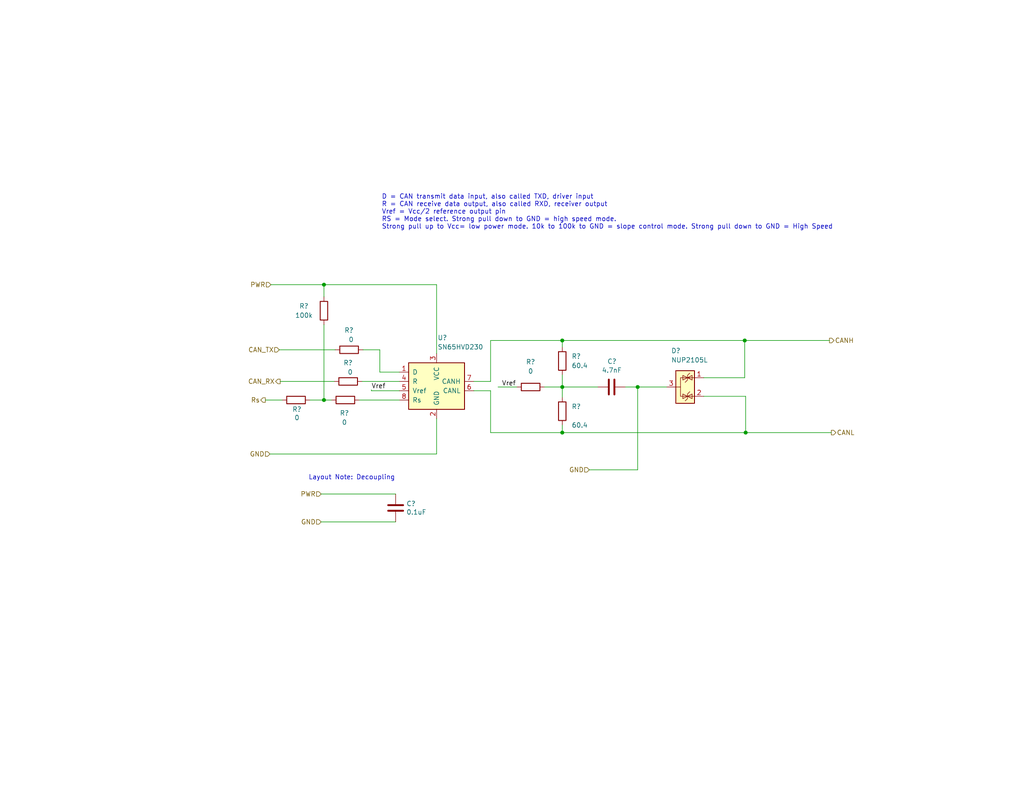
<source format=kicad_sch>
(kicad_sch (version 20211123) (generator eeschema)

  (uuid cf4d3275-d4a3-4f0b-b80f-271e7d43b491)

  (paper "A")

  (title_block
    (title "CAN_Transceiver")
    (date "2022-01-27")
  )

  (lib_symbols
    (symbol "Device:C" (pin_numbers hide) (pin_names (offset 0.254)) (in_bom yes) (on_board yes)
      (property "Reference" "C" (id 0) (at 0.635 2.54 0)
        (effects (font (size 1.27 1.27)) (justify left))
      )
      (property "Value" "C" (id 1) (at 0.635 -2.54 0)
        (effects (font (size 1.27 1.27)) (justify left))
      )
      (property "Footprint" "" (id 2) (at 0.9652 -3.81 0)
        (effects (font (size 1.27 1.27)) hide)
      )
      (property "Datasheet" "~" (id 3) (at 0 0 0)
        (effects (font (size 1.27 1.27)) hide)
      )
      (property "ki_keywords" "cap capacitor" (id 4) (at 0 0 0)
        (effects (font (size 1.27 1.27)) hide)
      )
      (property "ki_description" "Unpolarized capacitor" (id 5) (at 0 0 0)
        (effects (font (size 1.27 1.27)) hide)
      )
      (property "ki_fp_filters" "C_*" (id 6) (at 0 0 0)
        (effects (font (size 1.27 1.27)) hide)
      )
      (symbol "C_0_1"
        (polyline
          (pts
            (xy -2.032 -0.762)
            (xy 2.032 -0.762)
          )
          (stroke (width 0.508) (type default) (color 0 0 0 0))
          (fill (type none))
        )
        (polyline
          (pts
            (xy -2.032 0.762)
            (xy 2.032 0.762)
          )
          (stroke (width 0.508) (type default) (color 0 0 0 0))
          (fill (type none))
        )
      )
      (symbol "C_1_1"
        (pin passive line (at 0 3.81 270) (length 2.794)
          (name "~" (effects (font (size 1.27 1.27))))
          (number "1" (effects (font (size 1.27 1.27))))
        )
        (pin passive line (at 0 -3.81 90) (length 2.794)
          (name "~" (effects (font (size 1.27 1.27))))
          (number "2" (effects (font (size 1.27 1.27))))
        )
      )
    )
    (symbol "Device:R" (pin_numbers hide) (pin_names (offset 0)) (in_bom yes) (on_board yes)
      (property "Reference" "R" (id 0) (at 2.032 0 90)
        (effects (font (size 1.27 1.27)))
      )
      (property "Value" "R" (id 1) (at 0 0 90)
        (effects (font (size 1.27 1.27)))
      )
      (property "Footprint" "" (id 2) (at -1.778 0 90)
        (effects (font (size 1.27 1.27)) hide)
      )
      (property "Datasheet" "~" (id 3) (at 0 0 0)
        (effects (font (size 1.27 1.27)) hide)
      )
      (property "ki_keywords" "R res resistor" (id 4) (at 0 0 0)
        (effects (font (size 1.27 1.27)) hide)
      )
      (property "ki_description" "Resistor" (id 5) (at 0 0 0)
        (effects (font (size 1.27 1.27)) hide)
      )
      (property "ki_fp_filters" "R_*" (id 6) (at 0 0 0)
        (effects (font (size 1.27 1.27)) hide)
      )
      (symbol "R_0_1"
        (rectangle (start -1.016 -2.54) (end 1.016 2.54)
          (stroke (width 0.254) (type default) (color 0 0 0 0))
          (fill (type none))
        )
      )
      (symbol "R_1_1"
        (pin passive line (at 0 3.81 270) (length 1.27)
          (name "~" (effects (font (size 1.27 1.27))))
          (number "1" (effects (font (size 1.27 1.27))))
        )
        (pin passive line (at 0 -3.81 90) (length 1.27)
          (name "~" (effects (font (size 1.27 1.27))))
          (number "2" (effects (font (size 1.27 1.27))))
        )
      )
    )
    (symbol "Interface_CAN_LIN:SN65HVD230" (pin_names (offset 1.016)) (in_bom yes) (on_board yes)
      (property "Reference" "U" (id 0) (at -2.54 10.16 0)
        (effects (font (size 1.27 1.27)) (justify right))
      )
      (property "Value" "SN65HVD230" (id 1) (at -2.54 7.62 0)
        (effects (font (size 1.27 1.27)) (justify right))
      )
      (property "Footprint" "Package_SO:SOIC-8_3.9x4.9mm_P1.27mm" (id 2) (at 0 -12.7 0)
        (effects (font (size 1.27 1.27)) hide)
      )
      (property "Datasheet" "http://www.ti.com/lit/ds/symlink/sn65hvd230.pdf" (id 3) (at -2.54 10.16 0)
        (effects (font (size 1.27 1.27)) hide)
      )
      (property "ki_keywords" "can transeiver ti low-power" (id 4) (at 0 0 0)
        (effects (font (size 1.27 1.27)) hide)
      )
      (property "ki_description" "CAN Bus Transceivers, 3.3V, 1Mbps, Low-Power capabilities, SOIC-8" (id 5) (at 0 0 0)
        (effects (font (size 1.27 1.27)) hide)
      )
      (property "ki_fp_filters" "SOIC*3.9x4.9mm*P1.27mm*" (id 6) (at 0 0 0)
        (effects (font (size 1.27 1.27)) hide)
      )
      (symbol "SN65HVD230_0_1"
        (rectangle (start -7.62 5.08) (end 7.62 -7.62)
          (stroke (width 0.254) (type default) (color 0 0 0 0))
          (fill (type background))
        )
      )
      (symbol "SN65HVD230_1_1"
        (pin input line (at -10.16 2.54 0) (length 2.54)
          (name "D" (effects (font (size 1.27 1.27))))
          (number "1" (effects (font (size 1.27 1.27))))
        )
        (pin power_in line (at 0 -10.16 90) (length 2.54)
          (name "GND" (effects (font (size 1.27 1.27))))
          (number "2" (effects (font (size 1.27 1.27))))
        )
        (pin power_in line (at 0 7.62 270) (length 2.54)
          (name "VCC" (effects (font (size 1.27 1.27))))
          (number "3" (effects (font (size 1.27 1.27))))
        )
        (pin output line (at -10.16 0 0) (length 2.54)
          (name "R" (effects (font (size 1.27 1.27))))
          (number "4" (effects (font (size 1.27 1.27))))
        )
        (pin output line (at -10.16 -2.54 0) (length 2.54)
          (name "Vref" (effects (font (size 1.27 1.27))))
          (number "5" (effects (font (size 1.27 1.27))))
        )
        (pin bidirectional line (at 10.16 -2.54 180) (length 2.54)
          (name "CANL" (effects (font (size 1.27 1.27))))
          (number "6" (effects (font (size 1.27 1.27))))
        )
        (pin bidirectional line (at 10.16 0 180) (length 2.54)
          (name "CANH" (effects (font (size 1.27 1.27))))
          (number "7" (effects (font (size 1.27 1.27))))
        )
        (pin input line (at -10.16 -5.08 0) (length 2.54)
          (name "Rs" (effects (font (size 1.27 1.27))))
          (number "8" (effects (font (size 1.27 1.27))))
        )
      )
    )
    (symbol "Power_Protection:NUP2105L" (pin_names hide) (in_bom yes) (on_board yes)
      (property "Reference" "D" (id 0) (at 5.715 2.54 0)
        (effects (font (size 1.27 1.27)) (justify left))
      )
      (property "Value" "NUP2105L" (id 1) (at 5.715 0.635 0)
        (effects (font (size 1.27 1.27)) (justify left))
      )
      (property "Footprint" "Package_TO_SOT_SMD:SOT-23" (id 2) (at 5.715 -1.27 0)
        (effects (font (size 1.27 1.27)) (justify left) hide)
      )
      (property "Datasheet" "http://www.onsemi.com/pub_link/Collateral/NUP2105L-D.PDF" (id 3) (at 3.175 3.175 0)
        (effects (font (size 1.27 1.27)) hide)
      )
      (property "ki_keywords" "can esd protection suppression transient" (id 4) (at 0 0 0)
        (effects (font (size 1.27 1.27)) hide)
      )
      (property "ki_description" "Dual Line CAN Bus Protector, 24Vrwm" (id 5) (at 0 0 0)
        (effects (font (size 1.27 1.27)) hide)
      )
      (property "ki_fp_filters" "SOT?23*" (id 6) (at 0 0 0)
        (effects (font (size 1.27 1.27)) hide)
      )
      (symbol "NUP2105L_0_0"
        (pin passive line (at 0 -5.08 90) (length 2.54)
          (name "A" (effects (font (size 1.27 1.27))))
          (number "3" (effects (font (size 1.27 1.27))))
        )
      )
      (symbol "NUP2105L_0_1"
        (rectangle (start -4.445 2.54) (end 4.445 -2.54)
          (stroke (width 0.254) (type default) (color 0 0 0 0))
          (fill (type background))
        )
        (polyline
          (pts
            (xy -2.54 2.54)
            (xy -2.54 0.635)
          )
          (stroke (width 0) (type default) (color 0 0 0 0))
          (fill (type none))
        )
        (polyline
          (pts
            (xy 0 -1.27)
            (xy 0 -2.54)
          )
          (stroke (width 0) (type default) (color 0 0 0 0))
          (fill (type none))
        )
        (polyline
          (pts
            (xy 2.54 2.54)
            (xy 2.54 0.635)
          )
          (stroke (width 0) (type default) (color 0 0 0 0))
          (fill (type none))
        )
        (polyline
          (pts
            (xy -3.81 1.27)
            (xy -3.175 0.635)
            (xy -1.905 0.635)
            (xy -1.27 0)
          )
          (stroke (width 0) (type default) (color 0 0 0 0))
          (fill (type none))
        )
        (polyline
          (pts
            (xy -2.54 0.635)
            (xy -2.54 -1.27)
            (xy 2.54 -1.27)
            (xy 2.54 0.635)
          )
          (stroke (width 0) (type default) (color 0 0 0 0))
          (fill (type none))
        )
        (polyline
          (pts
            (xy -2.54 0.635)
            (xy -1.905 -0.635)
            (xy -3.175 -0.635)
            (xy -2.54 0.635)
          )
          (stroke (width 0) (type default) (color 0 0 0 0))
          (fill (type none))
        )
        (polyline
          (pts
            (xy 2.54 0.635)
            (xy 1.905 -0.635)
            (xy 3.175 -0.635)
            (xy 2.54 0.635)
          )
          (stroke (width 0) (type default) (color 0 0 0 0))
          (fill (type none))
        )
        (polyline
          (pts
            (xy 2.54 0.635)
            (xy 3.175 1.905)
            (xy 1.905 1.905)
            (xy 2.54 0.635)
          )
          (stroke (width 0) (type default) (color 0 0 0 0))
          (fill (type none))
        )
        (polyline
          (pts
            (xy -2.54 0.635)
            (xy -3.175 1.905)
            (xy -1.905 1.905)
            (xy -2.54 0.635)
            (xy -2.54 1.27)
          )
          (stroke (width 0) (type default) (color 0 0 0 0))
          (fill (type none))
        )
        (polyline
          (pts
            (xy 1.27 1.27)
            (xy 1.905 0.635)
            (xy 2.54 0.635)
            (xy 3.175 0.635)
            (xy 3.81 0)
          )
          (stroke (width 0) (type default) (color 0 0 0 0))
          (fill (type none))
        )
      )
      (symbol "NUP2105L_1_1"
        (pin passive line (at -2.54 5.08 270) (length 2.54)
          (name "K" (effects (font (size 1.27 1.27))))
          (number "1" (effects (font (size 1.27 1.27))))
        )
        (pin passive line (at 2.54 5.08 270) (length 2.54)
          (name "K" (effects (font (size 1.27 1.27))))
          (number "2" (effects (font (size 1.27 1.27))))
        )
      )
    )
  )

  (junction (at 153.416 92.964) (diameter 0) (color 0 0 0 0)
    (uuid 3edeff03-b1d3-489e-baaa-5e619c270ccf)
  )
  (junction (at 203.454 118.11) (diameter 0) (color 0 0 0 0)
    (uuid 44494465-1977-4c21-9649-2ca8159a3777)
  )
  (junction (at 173.99 105.664) (diameter 0) (color 0 0 0 0)
    (uuid 56e0762b-af1a-4347-8a71-0ae1cb83275d)
  )
  (junction (at 88.392 109.22) (diameter 0) (color 0 0 0 0)
    (uuid aa4b8f99-15fd-4edc-b81c-2a8de344c671)
  )
  (junction (at 88.392 77.724) (diameter 0) (color 0 0 0 0)
    (uuid cd709697-70ec-4e3c-ab73-a9818f5de840)
  )
  (junction (at 203.2 92.964) (diameter 0) (color 0 0 0 0)
    (uuid d5f63c24-76a6-4bd0-a702-ed5076221fc1)
  )
  (junction (at 153.416 105.664) (diameter 0) (color 0 0 0 0)
    (uuid d7715439-df92-4e2a-b0c5-0b5b8d3608b8)
  )
  (junction (at 153.416 118.11) (diameter 0) (color 0 0 0 0)
    (uuid fe912241-1a67-44f4-a99c-4f849f7554ad)
  )

  (wire (pts (xy 203.454 118.11) (xy 226.822 118.11))
    (stroke (width 0) (type default) (color 0 0 0 0))
    (uuid 02b39a27-2bd3-47a2-bc7b-14dab071595d)
  )
  (wire (pts (xy 103.632 95.504) (xy 99.06 95.504))
    (stroke (width 0) (type default) (color 0 0 0 0))
    (uuid 03368f8b-4362-48a3-a4e9-7d78f164d83b)
  )
  (wire (pts (xy 173.99 105.664) (xy 181.864 105.664))
    (stroke (width 0) (type default) (color 0 0 0 0))
    (uuid 088b7d1c-1236-43b2-82f1-5d83b9b33993)
  )
  (wire (pts (xy 108.966 106.68) (xy 101.346 106.68))
    (stroke (width 0) (type default) (color 0 0 0 0))
    (uuid 11c058d0-81de-4708-b04e-cae4b395b4f8)
  )
  (wire (pts (xy 135.89 105.664) (xy 140.97 105.664))
    (stroke (width 0) (type default) (color 0 0 0 0))
    (uuid 1400fbd3-386c-4fd5-820f-d860fee974d8)
  )
  (wire (pts (xy 153.416 116.078) (xy 153.416 118.11))
    (stroke (width 0) (type default) (color 0 0 0 0))
    (uuid 16965477-0b5e-467d-928c-8cd018e8eafd)
  )
  (wire (pts (xy 203.2 92.964) (xy 226.314 92.964))
    (stroke (width 0) (type default) (color 0 0 0 0))
    (uuid 17c865b7-2e7c-465a-9d00-03990c846c33)
  )
  (wire (pts (xy 88.392 88.646) (xy 88.392 109.22))
    (stroke (width 0) (type default) (color 0 0 0 0))
    (uuid 194c5cd4-850a-4a2c-ae64-a2e363890d96)
  )
  (wire (pts (xy 153.416 105.664) (xy 153.416 108.458))
    (stroke (width 0) (type default) (color 0 0 0 0))
    (uuid 19f839a5-ccfc-42af-9172-a60f5f602e3d)
  )
  (wire (pts (xy 203.454 108.204) (xy 203.454 118.11))
    (stroke (width 0) (type default) (color 0 0 0 0))
    (uuid 1bfa48a7-a7a7-4c62-bb5f-0f9c322d42c5)
  )
  (wire (pts (xy 170.688 105.664) (xy 173.99 105.664))
    (stroke (width 0) (type default) (color 0 0 0 0))
    (uuid 20bc322b-ee23-4ae6-ad1c-fdd2be5ae8e1)
  )
  (wire (pts (xy 88.392 77.724) (xy 88.392 81.026))
    (stroke (width 0) (type default) (color 0 0 0 0))
    (uuid 27f4aa6c-a575-4459-a012-a137e3f09009)
  )
  (wire (pts (xy 98.806 104.14) (xy 108.966 104.14))
    (stroke (width 0) (type default) (color 0 0 0 0))
    (uuid 295fff50-0fc8-4132-a1d3-d4b1c031ae59)
  )
  (wire (pts (xy 192.024 103.124) (xy 203.2 103.124))
    (stroke (width 0) (type default) (color 0 0 0 0))
    (uuid 351e4750-d8f1-43ae-9587-3b6588ab6404)
  )
  (wire (pts (xy 153.416 102.362) (xy 153.416 105.664))
    (stroke (width 0) (type default) (color 0 0 0 0))
    (uuid 36c5ab80-71e8-4267-92af-91a8edbd4006)
  )
  (wire (pts (xy 76.2 95.504) (xy 91.44 95.504))
    (stroke (width 0) (type default) (color 0 0 0 0))
    (uuid 3d105f27-4790-4be2-bd2b-5e4ff1fafa6d)
  )
  (wire (pts (xy 98.044 109.22) (xy 108.966 109.22))
    (stroke (width 0) (type default) (color 0 0 0 0))
    (uuid 3f9c5a79-662e-4ce3-bb5a-c7a88f6b8d90)
  )
  (wire (pts (xy 72.39 109.22) (xy 76.962 109.22))
    (stroke (width 0) (type default) (color 0 0 0 0))
    (uuid 4996bc57-303e-4929-baf6-f9dfd735c294)
  )
  (wire (pts (xy 133.858 92.964) (xy 153.416 92.964))
    (stroke (width 0) (type default) (color 0 0 0 0))
    (uuid 49f93623-ec14-49bc-97d4-f4af254d1e89)
  )
  (wire (pts (xy 133.858 106.68) (xy 133.858 118.11))
    (stroke (width 0) (type default) (color 0 0 0 0))
    (uuid 4b0c929c-a3b3-42b7-ae43-e70254c10fde)
  )
  (wire (pts (xy 203.2 103.124) (xy 203.2 92.964))
    (stroke (width 0) (type default) (color 0 0 0 0))
    (uuid 5497cfc5-f562-4511-8157-d290ace48c22)
  )
  (wire (pts (xy 84.582 109.22) (xy 88.392 109.22))
    (stroke (width 0) (type default) (color 0 0 0 0))
    (uuid 58956b23-7a9e-4cb8-a8aa-a3b38807c559)
  )
  (wire (pts (xy 129.286 106.68) (xy 133.858 106.68))
    (stroke (width 0) (type default) (color 0 0 0 0))
    (uuid 591d1646-c7f5-44c5-a1be-441aa8f670e1)
  )
  (wire (pts (xy 88.392 109.22) (xy 90.424 109.22))
    (stroke (width 0) (type default) (color 0 0 0 0))
    (uuid 5e5290ce-e3c0-4068-af82-c10b1b24b496)
  )
  (wire (pts (xy 119.126 114.3) (xy 119.126 123.952))
    (stroke (width 0) (type default) (color 0 0 0 0))
    (uuid 6484a6a9-3839-49ab-bd8d-bad377b40f79)
  )
  (wire (pts (xy 129.286 104.14) (xy 133.858 104.14))
    (stroke (width 0) (type default) (color 0 0 0 0))
    (uuid 6c2bd8ae-2c0f-4488-a998-86e76b0c928a)
  )
  (wire (pts (xy 160.782 128.27) (xy 173.99 128.27))
    (stroke (width 0) (type default) (color 0 0 0 0))
    (uuid 6e558185-757d-4432-b522-9c98c796f47f)
  )
  (wire (pts (xy 103.632 101.6) (xy 103.632 95.504))
    (stroke (width 0) (type default) (color 0 0 0 0))
    (uuid 6ff9a29c-5f57-4849-b87a-b96691b80fd7)
  )
  (wire (pts (xy 73.914 77.724) (xy 88.392 77.724))
    (stroke (width 0) (type default) (color 0 0 0 0))
    (uuid 723f5c51-1d8b-4fc3-b038-9a017380eeeb)
  )
  (wire (pts (xy 119.126 77.724) (xy 88.392 77.724))
    (stroke (width 0) (type default) (color 0 0 0 0))
    (uuid 77fbec0c-38d6-4731-ae1c-d577d3c1cc17)
  )
  (wire (pts (xy 87.63 142.494) (xy 107.95 142.494))
    (stroke (width 0) (type default) (color 0 0 0 0))
    (uuid 84498daf-f785-4e9f-8f06-00d78a7df1aa)
  )
  (wire (pts (xy 153.416 92.964) (xy 203.2 92.964))
    (stroke (width 0) (type default) (color 0 0 0 0))
    (uuid 8bf989eb-6067-4bc7-921a-7cbcb51e4056)
  )
  (wire (pts (xy 133.858 118.11) (xy 153.416 118.11))
    (stroke (width 0) (type default) (color 0 0 0 0))
    (uuid 8d4aad01-72de-47df-9353-94a1a95cdc1e)
  )
  (wire (pts (xy 87.63 134.874) (xy 107.95 134.874))
    (stroke (width 0) (type default) (color 0 0 0 0))
    (uuid 9c31b948-8ab2-4b3c-9dbd-0e74f80fb8c9)
  )
  (wire (pts (xy 192.024 108.204) (xy 203.454 108.204))
    (stroke (width 0) (type default) (color 0 0 0 0))
    (uuid a5258d1d-23e8-49a2-933a-ef84485a4e12)
  )
  (wire (pts (xy 153.416 118.11) (xy 203.454 118.11))
    (stroke (width 0) (type default) (color 0 0 0 0))
    (uuid b67fcc15-2886-475d-bb5a-0cbed2f03cd1)
  )
  (wire (pts (xy 173.99 128.27) (xy 173.99 105.664))
    (stroke (width 0) (type default) (color 0 0 0 0))
    (uuid b8ba83e6-de2d-4408-87ab-8c4a948e1012)
  )
  (wire (pts (xy 119.126 96.52) (xy 119.126 77.724))
    (stroke (width 0) (type default) (color 0 0 0 0))
    (uuid bad804ad-a438-4948-9120-2312abb0d4f8)
  )
  (wire (pts (xy 148.59 105.664) (xy 153.416 105.664))
    (stroke (width 0) (type default) (color 0 0 0 0))
    (uuid c0e1e948-c6a1-4925-a127-6d0b44ce4c6a)
  )
  (wire (pts (xy 108.966 101.6) (xy 103.632 101.6))
    (stroke (width 0) (type default) (color 0 0 0 0))
    (uuid c5dbc2f4-347d-4e8b-9dc5-05ae6c8ee4e9)
  )
  (wire (pts (xy 133.858 104.14) (xy 133.858 92.964))
    (stroke (width 0) (type default) (color 0 0 0 0))
    (uuid c7b2c012-ef6e-498b-9210-ecabed8330ea)
  )
  (wire (pts (xy 73.66 123.952) (xy 119.126 123.952))
    (stroke (width 0) (type default) (color 0 0 0 0))
    (uuid cffad4a3-264c-44bd-a7a3-0d779a222568)
  )
  (wire (pts (xy 153.416 94.742) (xy 153.416 92.964))
    (stroke (width 0) (type default) (color 0 0 0 0))
    (uuid d6917c66-ab53-40d6-bf2a-4c4b788c0669)
  )
  (wire (pts (xy 153.416 105.664) (xy 163.068 105.664))
    (stroke (width 0) (type default) (color 0 0 0 0))
    (uuid d8b77245-8b6b-42fa-aee2-21118cfc807d)
  )
  (wire (pts (xy 101.346 106.426) (xy 101.346 106.68))
    (stroke (width 0) (type default) (color 0 0 0 0))
    (uuid f18f6af8-013c-429c-8d7c-ffd3742312f1)
  )
  (wire (pts (xy 76.454 104.14) (xy 91.186 104.14))
    (stroke (width 0) (type default) (color 0 0 0 0))
    (uuid fe6e1ad6-5688-4bbc-95cf-714a8552f5b2)
  )

  (text "D = CAN transmit data input, also called TXD, driver input\nR = CAN receive data output, also called RXD, receiver output\nVref = Vcc/2 reference output pin\nRS = Mode select. Strong pull down to GND = high speed mode.\nStrong pull up to Vcc= low power mode. 10k to 100k to GND = slope control mode. Strong pull down to GND = High Speed\n"
    (at 104.14 62.738 0)
    (effects (font (size 1.27 1.27)) (justify left bottom))
    (uuid 912af3d8-fed3-4d65-a417-4a536ef00268)
  )
  (text "Layout Note: Decoupling\n" (at 107.823 131.191 180)
    (effects (font (size 1.27 1.27)) (justify right bottom))
    (uuid d6365783-a883-4272-b1b4-2938c5b425f2)
  )

  (label "Vref" (at 136.906 105.664 0)
    (effects (font (size 1.27 1.27)) (justify left bottom))
    (uuid 3987f558-62cf-4c5d-955d-9c2c19daffc0)
  )
  (label "Vref" (at 101.346 106.426 0)
    (effects (font (size 1.27 1.27)) (justify left bottom))
    (uuid a931fcdf-2d31-4fd3-93d1-ea11fe306667)
  )

  (hierarchical_label "CAN_RX" (shape output) (at 76.454 104.14 180)
    (effects (font (size 1.27 1.27)) (justify right))
    (uuid 11e41834-5da2-4b54-880e-3eff1b27ecf2)
  )
  (hierarchical_label "GND" (shape input) (at 160.782 128.27 180)
    (effects (font (size 1.27 1.27)) (justify right))
    (uuid 33316660-7521-44fd-adc4-f35c2302c5c9)
  )
  (hierarchical_label "CAN_TX" (shape input) (at 76.2 95.504 180)
    (effects (font (size 1.27 1.27)) (justify right))
    (uuid 54d92c42-b841-4026-b4bd-1a76c4565b13)
  )
  (hierarchical_label "PWR" (shape input) (at 87.63 134.874 180)
    (effects (font (size 1.27 1.27)) (justify right))
    (uuid 561efbe6-f028-461e-b76c-65150bf06030)
  )
  (hierarchical_label "CANL" (shape output) (at 226.822 118.11 0)
    (effects (font (size 1.27 1.27)) (justify left))
    (uuid 64202ec7-5d25-4c5e-89b6-af3926febbeb)
  )
  (hierarchical_label "CANH" (shape output) (at 226.314 92.964 0)
    (effects (font (size 1.27 1.27)) (justify left))
    (uuid 80e2acd9-08e2-4003-8790-bcd137e877ee)
  )
  (hierarchical_label "GND" (shape input) (at 87.63 142.494 180)
    (effects (font (size 1.27 1.27)) (justify right))
    (uuid 823203cc-198a-41bf-ac37-b92c2445a8ce)
  )
  (hierarchical_label "PWR" (shape input) (at 73.914 77.724 180)
    (effects (font (size 1.27 1.27)) (justify right))
    (uuid 85c6c39a-1e35-47bd-9b17-f1e0e42b7278)
  )
  (hierarchical_label "Rs" (shape output) (at 72.39 109.22 180)
    (effects (font (size 1.27 1.27)) (justify right))
    (uuid 91868ff3-8e0c-4ef2-84fd-4521912ed265)
  )
  (hierarchical_label "GND" (shape input) (at 73.66 123.952 180)
    (effects (font (size 1.27 1.27)) (justify right))
    (uuid a3ad2d6f-6e3a-4d23-9573-98875170d918)
  )

  (symbol (lib_id "Device:R") (at 153.416 98.552 0) (unit 1)
    (in_bom yes) (on_board yes) (fields_autoplaced)
    (uuid 091008b4-41aa-4b76-bc0c-a8e9f8a7f968)
    (property "Reference" "R?" (id 0) (at 155.956 97.2819 0)
      (effects (font (size 1.27 1.27)) (justify left))
    )
    (property "Value" "60.4" (id 1) (at 155.956 99.8219 0)
      (effects (font (size 1.27 1.27)) (justify left))
    )
    (property "Footprint" "Resistor_SMD:R_0603_1608Metric_Pad0.98x0.95mm_HandSolder" (id 2) (at 151.638 98.552 90)
      (effects (font (size 1.27 1.27)) hide)
    )
    (property "Datasheet" "~" (id 3) (at 153.416 98.552 0)
      (effects (font (size 1.27 1.27)) hide)
    )
    (pin "1" (uuid 70b63f2c-b163-4f5f-a37f-ad7035cb9e09))
    (pin "2" (uuid 0ad1eb4a-07fb-4457-9ca9-5c1f87322b06))
  )

  (symbol (lib_id "Device:R") (at 80.772 109.22 270) (unit 1)
    (in_bom yes) (on_board yes)
    (uuid 0c3e0028-b3b7-4329-b48a-75337a358f3e)
    (property "Reference" "R?" (id 0) (at 81.026 111.76 90))
    (property "Value" "0" (id 1) (at 81.026 114.046 90))
    (property "Footprint" "Resistor_SMD:R_0603_1608Metric_Pad0.98x0.95mm_HandSolder" (id 2) (at 80.772 107.442 90)
      (effects (font (size 1.27 1.27)) hide)
    )
    (property "Datasheet" "~" (id 3) (at 80.772 109.22 0)
      (effects (font (size 1.27 1.27)) hide)
    )
    (pin "1" (uuid 98cf94aa-9a14-4efb-965e-894e721f61fd))
    (pin "2" (uuid b8ab7155-e1ae-4650-916f-1b5454e577b5))
  )

  (symbol (lib_id "Interface_CAN_LIN:SN65HVD230") (at 119.126 104.14 0) (unit 1)
    (in_bom yes) (on_board yes)
    (uuid 2f144a7f-c45e-470a-bdf1-82a07963f255)
    (property "Reference" "U?" (id 0) (at 119.38 92.202 0)
      (effects (font (size 1.27 1.27)) (justify left))
    )
    (property "Value" "SN65HVD230" (id 1) (at 119.38 94.742 0)
      (effects (font (size 1.27 1.27)) (justify left))
    )
    (property "Footprint" "Package_SO:SOIC-8_3.9x4.9mm_P1.27mm" (id 2) (at 119.126 116.84 0)
      (effects (font (size 1.27 1.27)) hide)
    )
    (property "Datasheet" "http://www.ti.com/lit/ds/symlink/sn65hvd230.pdf" (id 3) (at 116.586 93.98 0)
      (effects (font (size 1.27 1.27)) hide)
    )
    (pin "1" (uuid 369185fe-5d6b-440a-803a-3e517436f3e9))
    (pin "2" (uuid 39fa3379-4628-4803-920a-f5d4a73751f1))
    (pin "3" (uuid a090ab68-7c59-4a10-af78-f77abcdee04e))
    (pin "4" (uuid d66de268-e697-4036-b690-c8e2d2ae5ff7))
    (pin "5" (uuid 424d5ce5-0cfe-4b64-996d-b136cb5f7031))
    (pin "6" (uuid cf1d9385-6ce9-4595-b21b-bdb3d17e619b))
    (pin "7" (uuid 19821ad3-90b8-463c-9148-0727e5824df9))
    (pin "8" (uuid 22ec4e81-4236-4620-a475-67864957263f))
  )

  (symbol (lib_id "Device:R") (at 94.234 109.22 90) (unit 1)
    (in_bom yes) (on_board yes)
    (uuid 304a2776-e5cb-43bf-beee-df0cae3d75c9)
    (property "Reference" "R?" (id 0) (at 93.98 112.776 90))
    (property "Value" "0" (id 1) (at 93.98 115.316 90))
    (property "Footprint" "Resistor_SMD:R_0603_1608Metric_Pad0.98x0.95mm_HandSolder" (id 2) (at 94.234 110.998 90)
      (effects (font (size 1.27 1.27)) hide)
    )
    (property "Datasheet" "~" (id 3) (at 94.234 109.22 0)
      (effects (font (size 1.27 1.27)) hide)
    )
    (pin "1" (uuid e05c2f14-466b-4237-b3b2-f1c1fbaf20c1))
    (pin "2" (uuid 1073baa5-6cb2-4149-a0e4-1d961d5fcd77))
  )

  (symbol (lib_id "Device:C") (at 166.878 105.664 90) (unit 1)
    (in_bom yes) (on_board yes)
    (uuid 4d521427-251e-4750-9f0e-a0ffbedae7ed)
    (property "Reference" "C?" (id 0) (at 168.275 98.679 90)
      (effects (font (size 1.27 1.27)) (justify left))
    )
    (property "Value" "4.7nF" (id 1) (at 169.672 101.092 90)
      (effects (font (size 1.27 1.27)) (justify left))
    )
    (property "Footprint" "" (id 2) (at 170.688 104.6988 0)
      (effects (font (size 1.27 1.27)) hide)
    )
    (property "Datasheet" "~" (id 3) (at 166.878 105.664 0)
      (effects (font (size 1.27 1.27)) hide)
    )
    (pin "1" (uuid f9e864fb-94bc-4222-bb23-eddb4da12edf))
    (pin "2" (uuid e7d3bc72-ba18-4903-bf89-b27934d82d1b))
  )

  (symbol (lib_id "Device:R") (at 153.416 112.268 0) (unit 1)
    (in_bom yes) (on_board yes)
    (uuid a55e7805-df2a-470e-af11-a1a2b44daa3e)
    (property "Reference" "R?" (id 0) (at 155.956 110.9979 0)
      (effects (font (size 1.27 1.27)) (justify left))
    )
    (property "Value" "60.4" (id 1) (at 155.956 116.0779 0)
      (effects (font (size 1.27 1.27)) (justify left))
    )
    (property "Footprint" "Resistor_SMD:R_0603_1608Metric_Pad0.98x0.95mm_HandSolder" (id 2) (at 151.638 112.268 90)
      (effects (font (size 1.27 1.27)) hide)
    )
    (property "Datasheet" "~" (id 3) (at 153.416 112.268 0)
      (effects (font (size 1.27 1.27)) hide)
    )
    (pin "1" (uuid 181616d3-70bb-4cf7-b87b-8df4d8a745f7))
    (pin "2" (uuid 83f39905-6936-4b0f-869a-74a5c3edb21c))
  )

  (symbol (lib_id "Device:R") (at 94.996 104.14 90) (unit 1)
    (in_bom yes) (on_board yes)
    (uuid b7c0da7b-7c85-4651-85c5-22caf15fc674)
    (property "Reference" "R?" (id 0) (at 96.266 99.06 90)
      (effects (font (size 1.27 1.27)) (justify left))
    )
    (property "Value" "0" (id 1) (at 96.266 101.6 90)
      (effects (font (size 1.27 1.27)) (justify left))
    )
    (property "Footprint" "Resistor_SMD:R_0603_1608Metric_Pad0.98x0.95mm_HandSolder" (id 2) (at 94.996 105.918 90)
      (effects (font (size 1.27 1.27)) hide)
    )
    (property "Datasheet" "~" (id 3) (at 94.996 104.14 0)
      (effects (font (size 1.27 1.27)) hide)
    )
    (pin "1" (uuid dc1a0402-b5ab-475e-8f38-1ae85ff70f8b))
    (pin "2" (uuid f11a0b25-2d15-4844-970f-25c2be89224c))
  )

  (symbol (lib_id "Device:R") (at 95.25 95.504 90) (unit 1)
    (in_bom yes) (on_board yes)
    (uuid b7ec7e7b-4580-4d77-b9f4-025efbba91c1)
    (property "Reference" "R?" (id 0) (at 96.52 90.17 90)
      (effects (font (size 1.27 1.27)) (justify left))
    )
    (property "Value" "0" (id 1) (at 96.52 92.71 90)
      (effects (font (size 1.27 1.27)) (justify left))
    )
    (property "Footprint" "Resistor_SMD:R_0603_1608Metric_Pad0.98x0.95mm_HandSolder" (id 2) (at 95.25 97.282 90)
      (effects (font (size 1.27 1.27)) hide)
    )
    (property "Datasheet" "~" (id 3) (at 95.25 95.504 0)
      (effects (font (size 1.27 1.27)) hide)
    )
    (pin "1" (uuid da18a4c3-928e-4d25-b57e-eed65944c7a0))
    (pin "2" (uuid c28a3589-c12b-45d7-9a31-160c4801865f))
  )

  (symbol (lib_id "Device:R") (at 88.392 84.836 180) (unit 1)
    (in_bom yes) (on_board yes)
    (uuid d5d84041-f058-46bc-bcac-bc4dad182f69)
    (property "Reference" "R?" (id 0) (at 82.931 83.566 0))
    (property "Value" "100k" (id 1) (at 82.931 86.106 0))
    (property "Footprint" "Resistor_SMD:R_0603_1608Metric_Pad0.98x0.95mm_HandSolder" (id 2) (at 90.17 84.836 90)
      (effects (font (size 1.27 1.27)) hide)
    )
    (property "Datasheet" "~" (id 3) (at 88.392 84.836 0)
      (effects (font (size 1.27 1.27)) hide)
    )
    (pin "1" (uuid ece1120e-83f7-4ee5-8aff-6dd4668f5cf4))
    (pin "2" (uuid a65c2570-afcf-4a63-a0b7-2005a84dd0e2))
  )

  (symbol (lib_id "Device:R") (at 144.78 105.664 90) (unit 1)
    (in_bom yes) (on_board yes) (fields_autoplaced)
    (uuid d9b37e65-670b-452c-922b-a646af859205)
    (property "Reference" "R?" (id 0) (at 144.78 98.806 90))
    (property "Value" "0" (id 1) (at 144.78 101.346 90))
    (property "Footprint" "Resistor_SMD:R_0603_1608Metric_Pad0.98x0.95mm_HandSolder" (id 2) (at 144.78 107.442 90)
      (effects (font (size 1.27 1.27)) hide)
    )
    (property "Datasheet" "~" (id 3) (at 144.78 105.664 0)
      (effects (font (size 1.27 1.27)) hide)
    )
    (pin "1" (uuid 16680bab-1e2c-4df7-a5c8-6e7e7ff292c2))
    (pin "2" (uuid 47e5ac26-ae6c-4ee3-8eec-cf39a3a0667e))
  )

  (symbol (lib_id "Device:C") (at 107.95 138.684 0) (unit 1)
    (in_bom yes) (on_board yes)
    (uuid f41adce0-7c53-47c3-ac2b-2ffca5210d96)
    (property "Reference" "C?" (id 0) (at 110.871 137.5156 0)
      (effects (font (size 1.27 1.27)) (justify left))
    )
    (property "Value" "0.1uF" (id 1) (at 110.871 139.827 0)
      (effects (font (size 1.27 1.27)) (justify left))
    )
    (property "Footprint" "Capacitor_SMD:C_0603_1608Metric_Pad1.08x0.95mm_HandSolder" (id 2) (at 108.9152 142.494 0)
      (effects (font (size 1.27 1.27)) hide)
    )
    (property "Datasheet" "~" (id 3) (at 107.95 138.684 0)
      (effects (font (size 1.27 1.27)) hide)
    )
    (property "Voltage" "25V" (id 4) (at 107.95 138.684 0)
      (effects (font (size 1.27 1.27)) hide)
    )
    (property "Mfr. #" "CL10B104KA8NNNC" (id 5) (at 107.95 138.684 0)
      (effects (font (size 1.27 1.27)) hide)
    )
    (property "Order" "https://www.digikey.com/product-detail/en/samsung-electro-mechanics/CL10B104KA8NNNC/1276-1006-1-ND/3889092" (id 6) (at 107.95 138.684 0)
      (effects (font (size 1.27 1.27)) hide)
    )
    (pin "1" (uuid 5c91ea08-7837-4866-aedc-fc6099d37f14))
    (pin "2" (uuid ed242e7f-120a-4c67-bbbf-7dd25092a12f))
  )

  (symbol (lib_id "Power_Protection:NUP2105L") (at 186.944 105.664 270) (unit 1)
    (in_bom yes) (on_board yes)
    (uuid f70982a3-6741-4ce0-8fb9-18cef35c26d9)
    (property "Reference" "D?" (id 0) (at 183.134 95.758 90)
      (effects (font (size 1.27 1.27)) (justify left))
    )
    (property "Value" "NUP2105L" (id 1) (at 183.134 98.298 90)
      (effects (font (size 1.27 1.27)) (justify left))
    )
    (property "Footprint" "Package_TO_SOT_SMD:SOT-23" (id 2) (at 185.674 111.379 0)
      (effects (font (size 1.27 1.27)) (justify left) hide)
    )
    (property "Datasheet" "http://www.onsemi.com/pub_link/Collateral/NUP2105L-D.PDF" (id 3) (at 190.119 108.839 0)
      (effects (font (size 1.27 1.27)) hide)
    )
    (pin "3" (uuid 28a25c20-dab6-460f-af5f-6cf093b20987))
    (pin "1" (uuid 32333c62-7f87-4aa0-b910-10a7c6d6b311))
    (pin "2" (uuid 512ebd35-5820-4973-93ec-031f0d45cd43))
  )
)

</source>
